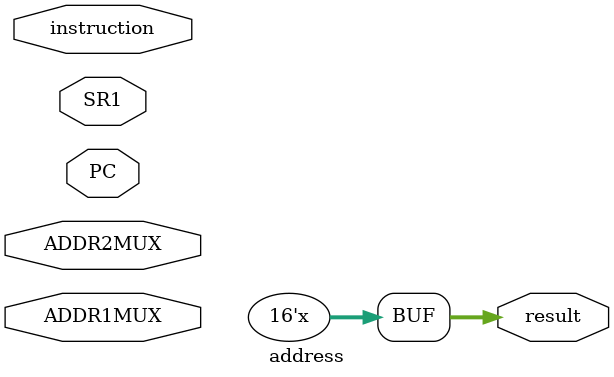
<source format=v>
`timescale 1ns / 1ps


module address( //generates an address for the PCMUX and MARMUX
	input[15:0] SR1, PC, instruction,
	input ADDR1MUX,
	input[1:0] ADDR2MUX,
	output reg[15:0] result
    );
	
	localparam PCFLAG = 1'b0;
	localparam SR1FLAG = 1'b1;
	
	localparam ZERO = 2'b00;
	localparam OFF6 = 2'b01;
	localparam OFF9 = 2'b10;
	localparam OFF11 = 2'b11;
	
	reg[15:0] mux1, mux2;
	
	always@(*)begin
		case(ADDR1MUX)
			PCFLAG: mux1 <= PC;
			SR1FLAG: mux1 <= SR1;
		endcase
		
		case(ADDR2MUX)
			ZERO: mux2 <= 0;
			OFF6: mux2 <= $signed(instruction);
			OFF9: mux2 <= $signed(instruction);
			OFF11: mux2 <= $signed(instruction);
		endcase
		
		result <= mux1 + mux2;
	end
		
endmodule

module address_tb();
	reg  ADDR1MUX;
	reg[1:0]  ADDR2MUX;
	reg[15:0]  SR1, PC, instruction;
	wire[15:0] result;

	address address_inst(
	 .SR1(SR1),.PC(PC),.instruction(instruction),.ADDR1MUX(ADDR1MUX),.ADDR2MUX(ADDR2MUX),.result(result));

	initial begin
	//TODO Test address module
	
	end
	
endmodule

	
</source>
